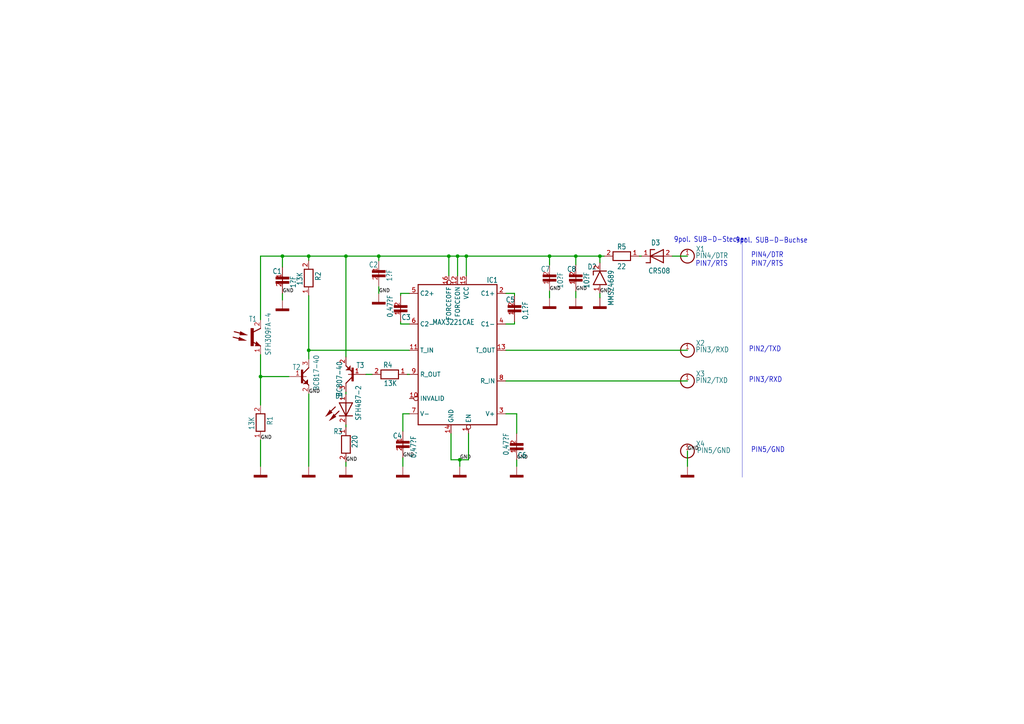
<source format=kicad_sch>
(kicad_sch (version 20230121) (generator eeschema)
  (paper "A4")
  (lib_symbols
    (symbol "IR_Schreib_Lesekopf_RS232_Neu-eagle-import:0,1�F"
      (property "Reference" "C" (at -2.564 1.77 0))
      (symbol "0,1�F_1_0"
        (rectangle (start -1.905 -0.318) (end 1.905 -0.952) (fill (type outline)))
        (rectangle (start -1.905 0.952) (end 1.905 0.318) (fill (type outline)))
        (pin passive line (at 0 -3.81 90) (length 5.08) (name "1") (number "1"))
        (pin passive line (at 0 3.81 270) (length 5.08) (name "2") (number "2"))
      )
    )
    (symbol "IR_Schreib_Lesekopf_RS232_Neu-eagle-import:0,47�F"
      (property "Reference" "C" (at -2.933 1.675 0))
      (symbol "0,47�F_1_0"
        (rectangle (start 1.905 -0.952) (end -1.905 -0.318) (fill (type outline)))
        (rectangle (start 1.905 0.318) (end -1.905 0.952) (fill (type outline)))
        (pin passive line (at 0 3.81 270) (length 5.08) (name "1") (number "1"))
        (pin passive line (at 0 -3.81 90) (length 5.08) (name "2") (number "2"))
      )
    )
    (symbol "IR_Schreib_Lesekopf_RS232_Neu-eagle-import:10�F"
      (property "Reference" "C" (at -2.564 1.77 0))
      (symbol "10�F_1_0"
        (rectangle (start -1.905 -0.318) (end 1.905 -0.952) (fill (type outline)))
        (rectangle (start -1.905 0.952) (end 1.905 0.318) (fill (type outline)))
        (pin passive line (at 0 -3.81 90) (length 5.08) (name "1") (number "1"))
        (pin passive line (at 0 3.81 270) (length 5.08) (name "2") (number "2"))
      )
    )
    (symbol "IR_Schreib_Lesekopf_RS232_Neu-eagle-import:13K"
      (property "Reference" "R" (at -1.905 1.905 0))
      (symbol "13K_1_0"
        (polyline (pts (xy -2.54 -1.27) (xy 2.54 -1.27)) (stroke (width 0.3)))
        (polyline (pts (xy -2.54 1.27) (xy -2.54 -1.27)) (stroke (width 0.3)))
        (polyline (pts (xy 2.54 -1.27) (xy 2.54 1.27)) (stroke (width 0.3)))
        (polyline (pts (xy 2.54 1.27) (xy -2.54 1.27)) (stroke (width 0.3)))
        (pin passive line (at 5.08 0 180) (length 2.54) (name "1") (number "1"))
        (pin passive line (at -5.08 0 0) (length 2.54) (name "2") (number "2"))
      )
    )
    (symbol "IR_Schreib_Lesekopf_RS232_Neu-eagle-import:1�F"
      (property "Reference" "C" (at -2.893 1.77 0))
      (symbol "1�F_1_0"
        (rectangle (start 1.905 -0.952) (end -1.905 -0.318) (fill (type outline)))
        (rectangle (start 1.905 0.318) (end -1.905 0.952) (fill (type outline)))
        (pin passive line (at 0 3.81 270) (length 5.08) (name "1") (number "1"))
        (pin passive line (at 0 -3.81 90) (length 5.08) (name "2") (number "2"))
      )
    )
    (symbol "IR_Schreib_Lesekopf_RS232_Neu-eagle-import:22"
      (property "Reference" "R" (at -1.381 1.905 0))
      (symbol "22_1_0"
        (polyline (pts (xy -2.54 -1.27) (xy -2.54 1.27)) (stroke (width 0.3)))
        (polyline (pts (xy -2.54 1.27) (xy 2.54 1.27)) (stroke (width 0.3)))
        (polyline (pts (xy 2.54 -1.27) (xy -2.54 -1.27)) (stroke (width 0.3)))
        (polyline (pts (xy 2.54 1.27) (xy 2.54 -1.27)) (stroke (width 0.3)))
        (pin passive line (at 5.08 0 180) (length 2.54) (name "1") (number "1"))
        (pin passive line (at -5.08 0 0) (length 2.54) (name "2") (number "2"))
      )
    )
    (symbol "IR_Schreib_Lesekopf_RS232_Neu-eagle-import:220"
      (property "Reference" "R" (at -0.929 2.945 0))
      (symbol "220_1_0"
        (polyline (pts (xy -1.27 -2.54) (xy 1.27 -2.54)) (stroke (width 0.3)))
        (polyline (pts (xy -1.27 2.54) (xy -1.27 -2.54)) (stroke (width 0.3)))
        (polyline (pts (xy 1.27 -2.54) (xy 1.27 2.54)) (stroke (width 0.3)))
        (polyline (pts (xy 1.27 2.54) (xy -1.27 2.54)) (stroke (width 0.3)))
        (pin passive line (at 0 5.08 270) (length 2.54) (name "1") (number "1"))
        (pin passive line (at 0 -5.08 90) (length 2.54) (name "2") (number "2"))
      )
    )
    (symbol "IR_Schreib_Lesekopf_RS232_Neu-eagle-import:BC807-40"
      (property "Reference" "T" (at -0.336 1.845 0))
      (symbol "BC807-40_1_0"
        (rectangle (start -3.5287 1.905) (end -4.0287 -1.905) (fill (type outline)))
        (polyline (pts (xy -3.81 -0.635) (xy -5.715 -2.54)) (stroke (width 0.3)))
        (polyline (pts (xy -3.81 0.635) (xy -5.715 2.54)) (stroke (width 0.3)))
        (polyline (pts (xy -4.4545 2.5697) (xy -4.4545 1.2997) (xy -5.7245 1.2997)) (fill (type outline)))
        (pin passive line (at 0.049 0.035 180) (length 5.08) (name "1") (number "1"))
        (pin passive line (at -5.719 5.082 270) (length 2.54) (name "2") (number "2"))
        (pin passive line (at -5.713 -5.082 90) (length 2.54) (name "3") (number "3"))
      )
    )
    (symbol "IR_Schreib_Lesekopf_RS232_Neu-eagle-import:BC817-40"
      (property "Reference" "T" (at 0.967 1.87 0))
      (symbol "BC817-40_1_0"
        (polyline (pts (xy 3.81 -0.635) (xy 5.715 -2.54)) (stroke (width 0.3)))
        (polyline (pts (xy 3.81 0.635) (xy 5.715 2.54)) (stroke (width 0.3)))
        (polyline (pts (xy 5.4114 -2.213) (xy 5.4114 -0.943) (xy 4.1414 -2.213)) (fill (type outline)))
        (rectangle (start 3.5287 -1.905) (end 4.0287 1.905) (fill (type outline)))
        (pin passive line (at -0.049 -0.035 0) (length 5.08) (name "1") (number "1"))
        (pin passive line (at 5.719 -5.081 90) (length 2.54) (name "2") (number "2"))
        (pin passive line (at 5.713 5.083 270) (length 2.54) (name "3") (number "3"))
      )
    )
    (symbol "IR_Schreib_Lesekopf_RS232_Neu-eagle-import:CRS08"
      (property "Reference" "D" (at 0.37 3.08 0))
      (symbol "CRS08_1_0"
        (polyline (pts (xy -2.54 0) (xy 1.27 1.905)) (stroke (width 0.3)))
        (polyline (pts (xy -2.508 -1.905) (xy -3.746 -1.905)) (stroke (width 0.3)))
        (polyline (pts (xy -2.508 1.905) (xy -2.508 -1.905)) (stroke (width 0.3)))
        (polyline (pts (xy -1.27 1.905) (xy -2.508 1.905)) (stroke (width 0.3)))
        (polyline (pts (xy 1.27 -1.905) (xy -2.54 0)) (stroke (width 0.3)))
        (polyline (pts (xy 1.27 0) (xy -2.54 0)) (stroke (width 0.3)))
        (polyline (pts (xy 1.27 1.905) (xy 1.27 -1.905)) (stroke (width 0.3)))
        (pin passive line (at -5.08 0 0) (length 2.54) (name "1") (number "1"))
        (pin passive line (at 3.81 0 180) (length 2.54) (name "2") (number "2"))
      )
    )
    (symbol "IR_Schreib_Lesekopf_RS232_Neu-eagle-import:GND" (power)
      (symbol "GND_1_0"
        (rectangle (start -1.905 -3.175) (end 1.905 -2.54) (fill (type outline)))
        (pin power_in line (at 0 0 270) (length 2.54) (name "1") (number "1"))
      )
    )
    (symbol "IR_Schreib_Lesekopf_RS232_Neu-eagle-import:MAX3221CAE"
      (property "Reference" "IC" (at 8.406 19.55 0))
      (symbol "MAX3221CAE_1_0"
        (polyline (pts (xy -11.43 -21.59) (xy -11.43 19.05)) (stroke (width 0.3)))
        (polyline (pts (xy -11.43 -21.59) (xy 11.43 -21.59)) (stroke (width 0.3)))
        (polyline (pts (xy 11.43 -21.59) (xy 11.43 19.05)) (stroke (width 0.3)))
        (polyline (pts (xy 11.43 19.05) (xy -11.43 19.05)) (stroke (width 0.3)))
        (pin input inverted (at 3.175 -24.13 90) (length 2.54) (name "EN") (number "1"))
        (pin output inverted (at -13.97 -13.97 0) (length 2.54) (name "INVALID") (number "10"))
        (pin input line (at -13.97 0 0) (length 2.54) (name "T_IN") (number "11"))
        (pin passive line (at 0 21.59 270) (length 2.54) (name "FORCEON") (number "12"))
        (pin output line (at 13.97 0 180) (length 2.54) (name "T_OUT") (number "13"))
        (pin power_in line (at -1.905 -24.13 90) (length 2.54) (name "GND") (number "14"))
        (pin power_in line (at 2.54 21.59 270) (length 2.54) (name "VCC") (number "15"))
        (pin passive inverted (at -2.54 21.59 270) (length 2.54) (name "FORCEOFF") (number "16"))
        (pin passive line (at 13.97 16.51 180) (length 2.54) (name "C1+") (number "2"))
        (pin power_in line (at 13.97 -18.415 180) (length 2.54) (name "V+") (number "3"))
        (pin passive line (at 13.97 7.62 180) (length 2.54) (name "C1-") (number "4"))
        (pin passive line (at -13.97 16.51 0) (length 2.54) (name "C2+") (number "5"))
        (pin passive line (at -13.97 7.62 0) (length 2.54) (name "C2-") (number "6"))
        (pin power_in line (at -13.97 -18.415 0) (length 2.54) (name "V-") (number "7"))
        (pin input line (at 13.97 -8.89 180) (length 2.54) (name "R_IN") (number "8"))
        (pin output line (at -13.97 -6.985 0) (length 2.54) (name "R_OUT") (number "9"))
      )
    )
    (symbol "IR_Schreib_Lesekopf_RS232_Neu-eagle-import:MMSZ4689"
      (property "Reference" "D" (at -0.9 3.08 0))
      (symbol "MMSZ4689_1_0"
        (polyline (pts (xy -1.905 -1.27) (xy 0 2.54)) (stroke (width 0.3)))
        (polyline (pts (xy -1.905 2.639) (xy -1.905 1.528)) (stroke (width 0.3)))
        (polyline (pts (xy 0 2.54) (xy 1.905 -1.27)) (stroke (width 0.3)))
        (polyline (pts (xy 1.905 -1.27) (xy -1.905 -1.27)) (stroke (width 0.3)))
        (polyline (pts (xy 1.905 2.667) (xy -1.905 2.667)) (stroke (width 0.3)))
        (pin passive line (at 0 -3.81 90) (length 2.54) (name "1") (number "1"))
        (pin passive line (at 0 5.08 270) (length 2.54) (name "2") (number "2"))
      )
    )
    (symbol "IR_Schreib_Lesekopf_RS232_Neu-eagle-import:PIN2/TXD"
      (property "Reference" "X" (at 2.429 1.27 0))
      (symbol "PIN2/TXD_1_0"
        (circle (center 0 0) (radius 2) (stroke (width 0.3)))
        (pin passive line (at 0 0 180) (length 0) (name "1") (number "1"))
      )
    )
    (symbol "IR_Schreib_Lesekopf_RS232_Neu-eagle-import:PIN3/RXD"
      (property "Reference" "X" (at 2.429 1.27 0))
      (symbol "PIN3/RXD_1_0"
        (circle (center 0 0) (radius 2) (stroke (width 0.3)))
        (pin passive line (at 0 0 180) (length 0) (name "1") (number "1"))
      )
    )
    (symbol "IR_Schreib_Lesekopf_RS232_Neu-eagle-import:PIN4/DTR"
      (property "Reference" "X" (at 2.429 1.27 0))
      (symbol "PIN4/DTR_1_0"
        (circle (center 0 0) (radius 2) (stroke (width 0.3)))
        (pin passive line (at 0 0 180) (length 0) (name "1") (number "1"))
      )
    )
    (symbol "IR_Schreib_Lesekopf_RS232_Neu-eagle-import:PIN5/GND"
      (property "Reference" "X" (at 2.429 1.27 0))
      (symbol "PIN5/GND_1_0"
        (circle (center 0 0) (radius 2) (stroke (width 0.3)))
        (pin passive line (at 0 0 180) (length 0) (name "1") (number "1"))
      )
    )
    (symbol "IR_Schreib_Lesekopf_RS232_Neu-eagle-import:SFH309FA-4"
      (property "Reference" "T" (at -0.889 4.445 0))
      (symbol "SFH309FA-4_1_0"
        (rectangle (start -0.254 -2.54) (end 0.508 2.54) (fill (type outline)))
        (polyline (pts (xy -5.398 0.001) (xy -2.858 -0.635)) (stroke (width 0.3)))
        (polyline (pts (xy -5.08 1.588) (xy -2.54 0.953)) (stroke (width 0.3)))
        (polyline (pts (xy 2.54 -2.54) (xy 0.508 -1.524)) (stroke (width 0.3)))
        (polyline (pts (xy 2.54 2.54) (xy 0.508 1.524)) (stroke (width 0.3)))
        (polyline (pts (xy -1.588 -0.952) (xy -3.81 -0.952) (xy -3.624 0.062)) (fill (type outline)))
        (polyline (pts (xy -1.27 0.635) (xy -3.492 0.635) (xy -3.252 1.674)) (fill (type outline)))
        (polyline (pts (xy 0.952 -2.54) (xy 2.54 -2.54) (xy 1.27 -1.27)) (fill (type outline)))
        (pin passive line (at 2.54 -5.08 90) (length 2.54) (name "1") (number "1"))
        (pin passive line (at 2.54 5.08 270) (length 2.54) (name "2") (number "2"))
      )
    )
    (symbol "IR_Schreib_Lesekopf_RS232_Neu-eagle-import:SFH487-2"
      (property "Reference" "D" (at -3.175 2.445 0))
      (symbol "SFH487-2_1_0"
        (polyline (pts (xy -3.0836 0.0731) (xy -4.9658 -1.7468)) (stroke (width 0.3)))
        (polyline (pts (xy -2.0147 -1.1422) (xy -3.8964 -2.963)) (stroke (width 0.3)))
        (polyline (pts (xy -1.905 -2.508) (xy 1.905 -2.508)) (stroke (width 0.3)))
        (polyline (pts (xy -1.905 1.27) (xy 1.905 1.27)) (stroke (width 0.3)))
        (polyline (pts (xy 0 -2.54) (xy -1.905 1.27)) (stroke (width 0.3)))
        (polyline (pts (xy 0 1.27) (xy 0 -2.54)) (stroke (width 0.3)))
        (polyline (pts (xy 1.905 1.27) (xy 0 -2.54)) (stroke (width 0.3)))
        (polyline (pts (xy -5.9067 -2.6572) (xy -3.9823 -1.5462) (xy -4.7097 -0.7663)) (fill (type outline)))
        (polyline (pts (xy -4.8378 -3.8725) (xy -2.9135 -2.7615) (xy -3.5815 -1.9764)) (fill (type outline)))
        (pin passive line (at 0 3.81 270) (length 2.54) (name "1") (number "1"))
        (pin passive line (at 0 -5.08 90) (length 2.54) (name "2") (number "2"))
      )
    )
  )
  (junction (at 81.915 74.295))
  (junction (at 159.385 74.295))
  (junction (at 89.535 101.6))
  (junction (at 167.005 74.295))
  (junction (at 89.535 74.295))
  (junction (at 100.33 74.295))
  (junction (at 133.35 133.35))
  (junction (at 173.99 74.295))
  (junction (at 132.715 74.295))
  (junction (at 109.855 74.295))
  (junction (at 130.175 74.295))
  (junction (at 75.565 109.22))
  (junction (at 135.255 74.295))
  (wire (pts (xy 167.005 74.295) (xy 173.99 74.295)) (stroke (width 0.3)))
  (wire (pts (xy 186.055 74.295) (xy 185.42 74.295)) (stroke (width 0.3)))
  (wire (pts (xy 173.99 74.295) (xy 175.26 74.295)) (stroke (width 0.3)))
  (wire (pts (xy 81.915 74.295) (xy 81.915 77.47)) (stroke (width 0.3)))
  (wire (pts (xy 130.81 133.35) (xy 130.81 125.73)) (stroke (width 0.3)))
  (wire (pts (xy 116.205 85.09) (xy 116.205 85.725)) (stroke (width 0.3)))
  (wire (pts (xy 89.535 101.6) (xy 89.553 104.102)) (stroke (width 0.3)))
  (wire (pts (xy 81.915 74.295) (xy 89.535 74.295)) (stroke (width 0.3)))
  (wire (pts (xy 135.255 74.295) (xy 132.715 74.295)) (stroke (width 0.3)))
  (wire (pts (xy 118.745 85.09) (xy 116.205 85.09)) (stroke (width 0.3)))
  (wire (pts (xy 146.685 120.015) (xy 149.86 120.015)) (stroke (width 0.3)))
  (wire (pts (xy 109.855 74.295) (xy 130.175 74.295)) (stroke (width 0.3)))
  (wire (pts (xy 149.86 120.015) (xy 149.86 125.73)) (stroke (width 0.3)))
  (wire (pts (xy 159.385 74.295) (xy 135.255 74.295)) (stroke (width 0.3)))
  (wire (pts (xy 146.685 93.98) (xy 149.225 93.98)) (stroke (width 0.3)))
  (wire (pts (xy 118.745 120.015) (xy 116.84 120.015)) (stroke (width 0.3)))
  (wire (pts (xy 118.745 108.585) (xy 118.11 108.585)) (stroke (width 0.3)))
  (wire (pts (xy 109.855 85.09) (xy 109.855 83.185)) (stroke (width 0.3)))
  (wire (pts (xy 116.84 120.015) (xy 116.84 125.095)) (stroke (width 0.3)))
  (wire (pts (xy 135.255 80.01) (xy 135.255 74.295)) (stroke (width 0.3)))
  (wire (pts (xy 89.535 101.6) (xy 89.535 85.725)) (stroke (width 0.3)))
  (wire (pts (xy 132.715 74.295) (xy 130.175 74.295)) (stroke (width 0.3)))
  (wire (pts (xy 135.89 133.35) (xy 133.35 133.35)) (stroke (width 0.3)))
  (wire (pts (xy 159.385 76.835) (xy 159.385 74.295)) (stroke (width 0.3)))
  (wire (pts (xy 75.565 109.22) (xy 75.565 117.475)) (stroke (width 0.3)))
  (wire (pts (xy 173.99 85.09) (xy 173.99 86.36)) (stroke (width 0.3)))
  (wire (pts (xy 106.102 108.584) (xy 107.95 108.585)) (stroke (width 0.3)))
  (wire (pts (xy 89.535 75.565) (xy 89.535 74.295)) (stroke (width 0.3)))
  (wire (pts (xy 109.855 74.295) (xy 100.33 74.295)) (stroke (width 0.3)))
  (wire (pts (xy 100.33 123.19) (xy 100.33 123.825)) (stroke (width 0.3)))
  (wire (pts (xy 100.34 113.701) (xy 100.33 114.3)) (stroke (width 0.3)))
  (polyline (pts (xy 215.265 69.215) (xy 215.265 138.43)) (stroke (width 0.025) (type solid)))
  (wire (pts (xy 173.99 76.2) (xy 173.99 74.295)) (stroke (width 0.3)))
  (wire (pts (xy 109.855 75.565) (xy 109.855 74.295)) (stroke (width 0.3)))
  (wire (pts (xy 116.205 93.98) (xy 116.205 93.345)) (stroke (width 0.3)))
  (wire (pts (xy 75.565 74.295) (xy 75.565 92.71)) (stroke (width 0.3)))
  (wire (pts (xy 100.33 133.985) (xy 100.33 135.255)) (stroke (width 0.3)))
  (wire (pts (xy 89.535 74.295) (xy 100.33 74.295)) (stroke (width 0.3)))
  (wire (pts (xy 132.715 80.01) (xy 132.715 74.295)) (stroke (width 0.3)))
  (wire (pts (xy 75.565 74.295) (xy 81.915 74.295)) (stroke (width 0.3)))
  (wire (pts (xy 167.005 84.455) (xy 167.005 86.36)) (stroke (width 0.3)))
  (wire (pts (xy 146.685 85.09) (xy 149.225 85.09)) (stroke (width 0.3)))
  (wire (pts (xy 100.334 103.537) (xy 100.33 74.295)) (stroke (width 0.3)))
  (wire (pts (xy 159.385 84.455) (xy 159.385 86.36)) (stroke (width 0.3)))
  (wire (pts (xy 133.35 133.35) (xy 130.81 133.35)) (stroke (width 0.3)))
  (wire (pts (xy 194.945 74.295) (xy 199.39 74.295)) (stroke (width 0.3)))
  (wire (pts (xy 89.535 101.6) (xy 118.745 101.6)) (stroke (width 0.3)))
  (wire (pts (xy 89.559 114.266) (xy 89.535 135.255)) (stroke (width 0.3)))
  (wire (pts (xy 199.39 101.6) (xy 146.685 101.6)) (stroke (width 0.3)))
  (wire (pts (xy 149.86 133.35) (xy 149.86 135.255)) (stroke (width 0.3)))
  (wire (pts (xy 118.745 93.98) (xy 116.205 93.98)) (stroke (width 0.3)))
  (wire (pts (xy 75.565 127.635) (xy 75.565 135.255)) (stroke (width 0.3)))
  (wire (pts (xy 167.005 74.295) (xy 159.385 74.295)) (stroke (width 0.3)))
  (wire (pts (xy 81.915 85.09) (xy 81.915 86.995)) (stroke (width 0.3)))
  (wire (pts (xy 133.35 133.35) (xy 133.35 135.255)) (stroke (width 0.3)))
  (wire (pts (xy 130.175 80.01) (xy 130.175 74.295)) (stroke (width 0.3)))
  (wire (pts (xy 75.565 109.22) (xy 83.791 109.22)) (stroke (width 0.3)))
  (wire (pts (xy 135.89 133.35) (xy 135.89 125.73)) (stroke (width 0.3)))
  (wire (pts (xy 75.565 109.22) (xy 75.565 102.87)) (stroke (width 0.3)))
  (wire (pts (xy 116.84 132.715) (xy 116.84 135.255)) (stroke (width 0.3)))
  (wire (pts (xy 149.225 93.98) (xy 149.225 93.345)) (stroke (width 0.3)))
  (wire (pts (xy 167.005 76.835) (xy 167.005 74.295)) (stroke (width 0.3)))
  (wire (pts (xy 149.225 85.09) (xy 149.225 85.725)) (stroke (width 0.3)))
  (wire (pts (xy 199.39 130.81) (xy 199.39 135.255)) (stroke (width 0.3)))
  (wire (pts (xy 199.39 110.49) (xy 146.685 110.49)) (stroke (width 0.3)))
  (text "PIN2/TXD" (at 217.17 102.235 0) (effects (font (size 1.5 1.275)) (justify left bottom)))
  (text "PIN7/RTS" (at 201.708 77.47 0) (effects (font (size 1.5 1.275)) (justify left bottom)))
  (text "PIN4/DTR" (at 217.805 74.93 0) (effects (font (size 1.5 1.275)) (justify left bottom)))
  (text "PIN7/RTS" (at 217.805 77.47 0) (effects (font (size 1.5 1.275)) (justify left bottom)))
  (text "9pol. SUB-D-Buchse" (at 234.315 70.715 0) (effects (font (size 1.5 1.275)) (justify right bottom)))
  (text "9pol. SUB-D-Stecker" (at 195.407 70.485 0) (effects (font (size 1.5 1.275)) (justify left bottom)))
  (text "PIN5/GND" (at 217.805 131.445 0) (effects (font (size 1.5 1.275)) (justify left bottom)))
  (text "PIN3/RXD" (at 217.17 111.125 0) (effects (font (size 1.5 1.275)) (justify left bottom)))
  (label "GND" (at 167.005 84.455 0) (effects (font (size 1.016 1.016))))
  (label "GND" (at 75.565 127.635 0) (effects (font (size 1.016 1.016))))
  (label "GND" (at 116.84 132.715 0) (effects (font (size 1.016 1.016))))
  (label "GND" (at 199.39 130.81 0) (effects (font (size 1.016 1.016))))
  (label "GND" (at 81.915 85.09 0) (effects (font (size 1.016 1.016))))
  (label "GND" (at 133.35 133.35 0) (effects (font (size 1.016 1.016))))
  (label "GND" (at 159.385 84.455 0) (effects (font (size 1.016 1.016))))
  (label "GND" (at 173.99 85.09 0) (effects (font (size 1.016 1.016))))
  (label "GND" (at 100.33 133.985 0) (effects (font (size 1.016 1.016))))
  (label "GND" (at 149.86 133.35 0) (effects (font (size 1.016 1.016))))
  (label "GND" (at 109.855 85.09 0) (effects (font (size 1.016 1.016))))
  (label "GND" (at 89.559 114.266 0) (effects (font (size 1.016 1.016))))
  (symbol (lib_id "IR_Schreib_Lesekopf_RS232_Neu-eagle-import:1�F") (at 81.915 81.28 0) (unit 1)
    (property "Reference" "C1" (at 79.022 79.51 0) (effects (font (size 1.5 1.275)) (justify left bottom)))
    (property "Value" "1�F" (at 85.82 83.587 90) (effects (font (size 1.5 1.275)) (justify left bottom)))
    (property "Footprint" "IR_Schreib_Lesekopf_RS232_Neu:0603_KLEIN" (effects hide))
  )
  (symbol (lib_id "IR_Schreib_Lesekopf_RS232_Neu-eagle-import:GND") (at 199.39 135.255 0) (unit 1)
    (property "Reference" "#REF12" (effects hide))
    (property "Value" "GND" (effects hide))
  )
  (symbol (lib_id "IR_Schreib_Lesekopf_RS232_Neu-eagle-import:CRS08") (at 191.135 74.295 0) (unit 1)
    (property "Reference" "D3" (at 191.505 71.215 0) (effects (font (size 1.5 1.275)) (justify right bottom)))
    (property "Value" "CRS08" (at 188.01 79.375 0) (effects (font (size 1.5 1.275)) (justify left bottom)))
    (property "Footprint" "IR_Schreib_Lesekopf_RS232_Neu:SOD123" (effects hide))
  )
  (symbol (lib_id "IR_Schreib_Lesekopf_RS232_Neu-eagle-import:GND") (at 173.99 86.36 0) (unit 1)
    (property "Reference" "#REF11" (effects hide))
    (property "Value" "GND" (effects hide))
  )
  (symbol (lib_id "IR_Schreib_Lesekopf_RS232_Neu-eagle-import:0,47�F") (at 116.205 89.535 180) (unit 1)
    (property "Reference" "C3" (at 119.138 91.21 0) (effects (font (size 1.5 1.275)) (justify left bottom)))
    (property "Value" "0,47�F" (at 112.3 92.131 90) (effects (font (size 1.5 1.275)) (justify right bottom)))
    (property "Footprint" "IR_Schreib_Lesekopf_RS232_Neu:0603" (effects hide))
  )
  (symbol (lib_id "IR_Schreib_Lesekopf_RS232_Neu-eagle-import:GND") (at 81.915 86.995 0) (unit 1)
    (property "Reference" "#REF2" (effects hide))
    (property "Value" "GND" (effects hide))
  )
  (symbol (lib_id "IR_Schreib_Lesekopf_RS232_Neu-eagle-import:22") (at 180.34 74.295 0) (unit 1)
    (property "Reference" "R5" (at 178.959 72.39 0) (effects (font (size 1.5 1.275)) (justify left bottom)))
    (property "Value" "22" (at 178.959 78.105 0) (effects (font (size 1.5 1.275)) (justify left bottom)))
    (property "Footprint" "IR_Schreib_Lesekopf_RS232_Neu:1206" (effects hide))
  )
  (symbol (lib_id "IR_Schreib_Lesekopf_RS232_Neu-eagle-import:GND") (at 100.33 135.255 0) (unit 1)
    (property "Reference" "#REF4" (effects hide))
    (property "Value" "GND" (effects hide))
  )
  (symbol (lib_id "IR_Schreib_Lesekopf_RS232_Neu-eagle-import:PIN5/GND") (at 199.39 130.81 0) (unit 1)
    (property "Reference" "X4" (at 201.819 129.54 0) (effects (font (size 1.5 1.275)) (justify left bottom)))
    (property "Value" "PIN5/GND" (at 202.081 131.445 0) (effects (font (size 1.5 1.275)) (justify left bottom)))
    (property "Footprint" "IR_Schreib_Lesekopf_RS232_Neu:LOETPUNKT" (effects hide))
  )
  (symbol (lib_id "IR_Schreib_Lesekopf_RS232_Neu-eagle-import:13K") (at 75.565 122.555 270) (unit 1)
    (property "Reference" "R1" (at 77.47 120.65 0) (effects (font (size 1.5 1.275)) (justify left bottom)))
    (property "Value" "13K" (at 72.16 120.81 0) (effects (font (size 1.5 1.275)) (justify left bottom)))
    (property "Footprint" "IR_Schreib_Lesekopf_RS232_Neu:0603_KLEIN" (effects hide))
  )
  (symbol (lib_id "IR_Schreib_Lesekopf_RS232_Neu-eagle-import:10�F") (at 167.005 80.645 0) (unit 1)
    (property "Reference" "C8" (at 164.441 78.875 0) (effects (font (size 1.5 1.275)) (justify left bottom)))
    (property "Value" "10�F" (at 170.95 78.836 90) (effects (font (size 1.5 1.275)) (justify right bottom)))
    (property "Footprint" "IR_Schreib_Lesekopf_RS232_Neu:0805_KLEIN" (effects hide))
  )
  (symbol (lib_id "IR_Schreib_Lesekopf_RS232_Neu-eagle-import:GND") (at 149.86 135.255 0) (unit 1)
    (property "Reference" "#REF8" (effects hide))
    (property "Value" "GND" (effects hide))
  )
  (symbol (lib_id "IR_Schreib_Lesekopf_RS232_Neu-eagle-import:0,1�F") (at 149.225 89.535 0) (unit 1)
    (property "Reference" "C5" (at 146.661 87.765 0) (effects (font (size 1.5 1.275)) (justify left bottom)))
    (property "Value" "0,1�F" (at 153.17 87.353 90) (effects (font (size 1.5 1.275)) (justify right bottom)))
    (property "Footprint" "IR_Schreib_Lesekopf_RS232_Neu:0603" (effects hide))
  )
  (symbol (lib_id "IR_Schreib_Lesekopf_RS232_Neu-eagle-import:MMSZ4689") (at 173.99 81.28 0) (unit 1)
    (property "Reference" "D2" (at 173.09 78.2 0) (effects (font (size 1.5 1.275)) (justify right bottom)))
    (property "Value" "MMSZ4689" (at 178.03 78.296 90) (effects (font (size 1.5 1.275)) (justify right bottom)))
    (property "Footprint" "IR_Schreib_Lesekopf_RS232_Neu:SOD123" (effects hide))
  )
  (symbol (lib_id "IR_Schreib_Lesekopf_RS232_Neu-eagle-import:BC817-40") (at 83.84 109.185 0) (unit 1)
    (property "Reference" "T2" (at 84.807 107.315 0) (effects (font (size 1.5 1.275)) (justify left bottom)))
    (property "Value" "BC817-40" (at 92.583 113.313 90) (effects (font (size 1.5 1.275)) (justify left bottom)))
    (property "Footprint" "IR_Schreib_Lesekopf_RS232_Neu:SOT23_3" (effects hide))
  )
  (symbol (lib_id "IR_Schreib_Lesekopf_RS232_Neu-eagle-import:220") (at 100.33 128.905 0) (unit 1)
    (property "Reference" "R3" (at 99.401 125.96 0) (effects (font (size 1.5 1.275)) (justify right bottom)))
    (property "Value" "220" (at 103.735 130.015 90) (effects (font (size 1.5 1.275)) (justify left bottom)))
    (property "Footprint" "IR_Schreib_Lesekopf_RS232_Neu:0603_KLEIN" (effects hide))
  )
  (symbol (lib_id "IR_Schreib_Lesekopf_RS232_Neu-eagle-import:GND") (at 75.565 135.255 0) (unit 1)
    (property "Reference" "#REF1" (effects hide))
    (property "Value" "GND" (effects hide))
  )
  (symbol (lib_id "IR_Schreib_Lesekopf_RS232_Neu-eagle-import:BC807-40") (at 106.053 108.619 0) (unit 1)
    (property "Reference" "T3" (at 105.717 106.774 0) (effects (font (size 1.5 1.275)) (justify right bottom)))
    (property "Value" "BC807-40" (at 99.281 104.725 90) (effects (font (size 1.5 1.275)) (justify right bottom)))
    (property "Footprint" "IR_Schreib_Lesekopf_RS232_Neu:SOT23_3" (effects hide))
  )
  (symbol (lib_id "IR_Schreib_Lesekopf_RS232_Neu-eagle-import:PIN3/RXD") (at 199.39 101.6 0) (unit 1)
    (property "Reference" "X2" (at 201.819 100.33 0) (effects (font (size 1.5 1.275)) (justify left bottom)))
    (property "Value" "PIN3/RXD" (at 201.708 102.235 0) (effects (font (size 1.5 1.275)) (justify left bottom)))
    (property "Footprint" "IR_Schreib_Lesekopf_RS232_Neu:LOETPUNKT" (effects hide))
  )
  (symbol (lib_id "IR_Schreib_Lesekopf_RS232_Neu-eagle-import:13K") (at 113.03 108.585 0) (unit 1)
    (property "Reference" "R4" (at 111.125 106.68 0) (effects (font (size 1.5 1.275)) (justify left bottom)))
    (property "Value" "13K" (at 111.285 111.99 0) (effects (font (size 1.5 1.275)) (justify left bottom)))
    (property "Footprint" "IR_Schreib_Lesekopf_RS232_Neu:0603_KLEIN" (effects hide))
  )
  (symbol (lib_id "IR_Schreib_Lesekopf_RS232_Neu-eagle-import:PIN2/TXD") (at 199.39 110.49 0) (unit 1)
    (property "Reference" "X3" (at 201.819 109.22 0) (effects (font (size 1.5 1.275)) (justify left bottom)))
    (property "Value" "PIN2/TXD" (at 201.708 111.125 0) (effects (font (size 1.5 1.275)) (justify left bottom)))
    (property "Footprint" "IR_Schreib_Lesekopf_RS232_Neu:LOETPUNKT" (effects hide))
  )
  (symbol (lib_id "IR_Schreib_Lesekopf_RS232_Neu-eagle-import:13K") (at 89.535 80.645 270) (unit 1)
    (property "Reference" "R2" (at 91.44 78.74 0) (effects (font (size 1.5 1.275)) (justify left bottom)))
    (property "Value" "13K" (at 86.13 78.9 0) (effects (font (size 1.5 1.275)) (justify left bottom)))
    (property "Footprint" "IR_Schreib_Lesekopf_RS232_Neu:0603_KLEIN" (effects hide))
  )
  (symbol (lib_id "IR_Schreib_Lesekopf_RS232_Neu-eagle-import:SFH309FA-4") (at 73.025 97.79 0) (unit 1)
    (property "Reference" "T1" (at 72.136 93.345 0) (effects (font (size 1.5 1.275)) (justify left bottom)))
    (property "Value" "SFH309FA-4" (at 78.613 103.124 90) (effects (font (size 1.5 1.275)) (justify left bottom)))
    (property "Footprint" "IR_Schreib_Lesekopf_RS232_Neu:LED_3MM" (effects hide))
  )
  (symbol (lib_id "IR_Schreib_Lesekopf_RS232_Neu-eagle-import:SFH487-2") (at 100.33 118.11 0) (unit 1)
    (property "Reference" "D1" (at 97.155 115.665 0) (effects (font (size 1.5 1.275)) (justify left bottom)))
    (property "Value" "SFH487-2" (at 104.775 122.015 90) (effects (font (size 1.5 1.275)) (justify left bottom)))
    (property "Footprint" "IR_Schreib_Lesekopf_RS232_Neu:LED_3MM" (effects hide))
  )
  (symbol (lib_id "IR_Schreib_Lesekopf_RS232_Neu-eagle-import:GND") (at 133.35 135.255 0) (unit 1)
    (property "Reference" "#REF7" (effects hide))
    (property "Value" "GND" (effects hide))
  )
  (symbol (lib_id "IR_Schreib_Lesekopf_RS232_Neu-eagle-import:GND") (at 159.385 86.36 0) (unit 1)
    (property "Reference" "#REF9" (effects hide))
    (property "Value" "GND" (effects hide))
  )
  (symbol (lib_id "IR_Schreib_Lesekopf_RS232_Neu-eagle-import:MAX3221CAE") (at 132.715 101.6 0) (unit 1)
    (property "Reference" "IC1" (at 141.121 82.05 0) (effects (font (size 1.5 1.275)) (justify left bottom)))
    (property "Value" "MAX3221CAE" (at 137.715 94.25 0) (effects (font (size 1.5 1.275)) (justify right bottom)))
    (property "Footprint" "IR_Schreib_Lesekopf_RS232_Neu:SSOP16" (effects hide))
  )
  (symbol (lib_id "IR_Schreib_Lesekopf_RS232_Neu-eagle-import:1�F") (at 109.855 79.375 0) (unit 1)
    (property "Reference" "C2" (at 106.962 77.605 0) (effects (font (size 1.5 1.275)) (justify left bottom)))
    (property "Value" "1�F" (at 113.76 81.682 90) (effects (font (size 1.5 1.275)) (justify left bottom)))
    (property "Footprint" "IR_Schreib_Lesekopf_RS232_Neu:0603_KLEIN" (effects hide))
  )
  (symbol (lib_id "IR_Schreib_Lesekopf_RS232_Neu-eagle-import:GND") (at 116.84 135.255 0) (unit 1)
    (property "Reference" "#REF6" (effects hide))
    (property "Value" "GND" (effects hide))
  )
  (symbol (lib_id "IR_Schreib_Lesekopf_RS232_Neu-eagle-import:GND") (at 109.855 85.09 0) (unit 1)
    (property "Reference" "#REF5" (effects hide))
    (property "Value" "GND" (effects hide))
  )
  (symbol (lib_id "IR_Schreib_Lesekopf_RS232_Neu-eagle-import:0,47�F") (at 116.84 128.905 0) (unit 1)
    (property "Reference" "C4" (at 113.907 127.23 0) (effects (font (size 1.5 1.275)) (justify left bottom)))
    (property "Value" "0,47�F" (at 120.745 126.309 90) (effects (font (size 1.5 1.275)) (justify right bottom)))
    (property "Footprint" "IR_Schreib_Lesekopf_RS232_Neu:0603" (effects hide))
  )
  (symbol (lib_id "IR_Schreib_Lesekopf_RS232_Neu-eagle-import:0,47�F") (at 149.86 129.54 180) (unit 1)
    (property "Reference" "C6" (at 152.793 131.215 0) (effects (font (size 1.5 1.275)) (justify left bottom)))
    (property "Value" "0,47�F" (at 145.955 132.136 90) (effects (font (size 1.5 1.275)) (justify right bottom)))
    (property "Footprint" "IR_Schreib_Lesekopf_RS232_Neu:0603" (effects hide))
  )
  (symbol (lib_id "IR_Schreib_Lesekopf_RS232_Neu-eagle-import:10�F") (at 159.385 80.645 0) (unit 1)
    (property "Reference" "C7" (at 156.821 78.875 0) (effects (font (size 1.5 1.275)) (justify left bottom)))
    (property "Value" "10�F" (at 163.33 78.836 90) (effects (font (size 1.5 1.275)) (justify right bottom)))
    (property "Footprint" "IR_Schreib_Lesekopf_RS232_Neu:0805_KLEIN" (effects hide))
  )
  (symbol (lib_id "IR_Schreib_Lesekopf_RS232_Neu-eagle-import:GND") (at 167.005 86.36 0) (unit 1)
    (property "Reference" "#REF10" (effects hide))
    (property "Value" "GND" (effects hide))
  )
  (symbol (lib_id "IR_Schreib_Lesekopf_RS232_Neu-eagle-import:GND") (at 89.535 135.255 0) (unit 1)
    (property "Reference" "#REF3" (effects hide))
    (property "Value" "GND" (effects hide))
  )
  (symbol (lib_id "IR_Schreib_Lesekopf_RS232_Neu-eagle-import:PIN4/DTR") (at 199.39 74.295 0) (unit 1)
    (property "Reference" "X1" (at 201.819 73.025 0) (effects (font (size 1.5 1.275)) (justify left bottom)))
    (property "Value" "PIN4/DTR" (at 201.708 74.93 0) (effects (font (size 1.5 1.275)) (justify left bottom)))
    (property "Footprint" "IR_Schreib_Lesekopf_RS232_Neu:LOETPUNKT" (effects hide))
  )
)
</source>
